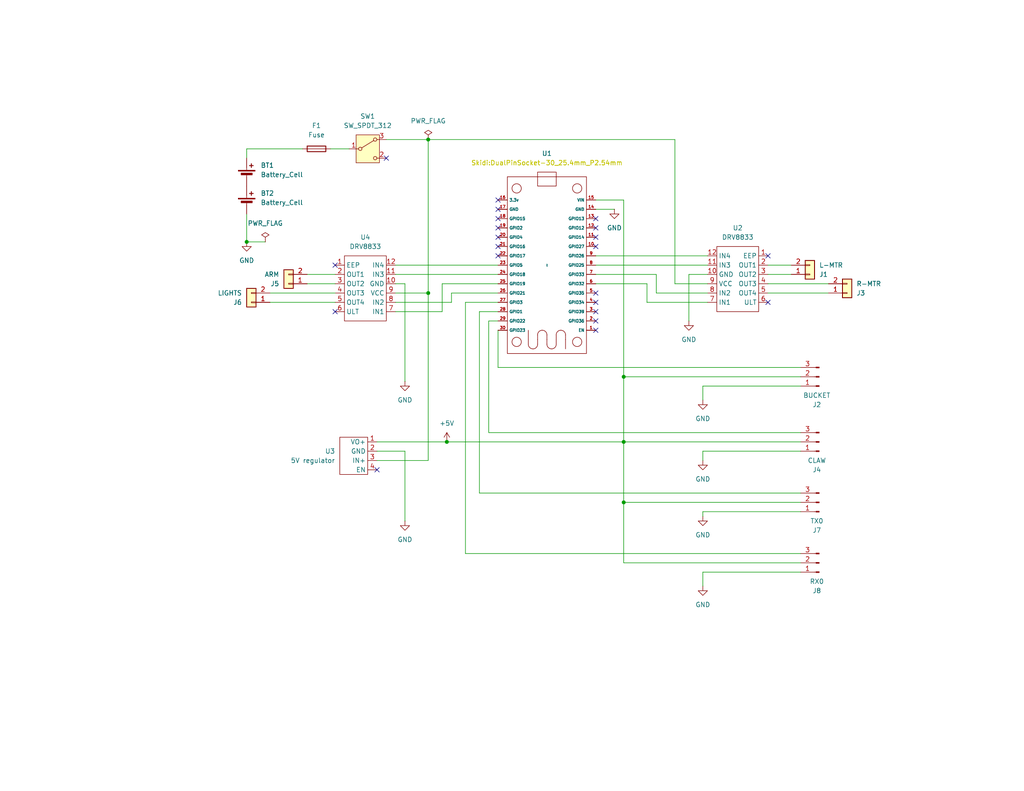
<source format=kicad_sch>
(kicad_sch (version 20231120) (generator "eeschema") (generator_version "8.0")
  (paper "USLetter")
  (title_block (title "Mini Skidi V3.0") (date "2025-04-09"))
  (lib_symbols
    (symbol "Connector:Conn_01x03_Pin" (pin_names (offset 1.016) hide)
      (property "Reference" "J" (at 0 5.08 0))
      (property "Value" "Conn_01x03_Pin" (at 0 -5.08 0))
      (symbol "Conn_01x03_Pin_1_1"
        (polyline (pts (xy 1.27 -2.54) (xy 0.8636 -2.54)) (stroke (width 0.1524)))
        (polyline (pts (xy 1.27 0) (xy 0.8636 0)) (stroke (width 0.1524)))
        (polyline (pts (xy 1.27 2.54) (xy 0.8636 2.54)) (stroke (width 0.1524)))
        (rectangle (start 0.8636 -2.413) (end 0 -2.667) (stroke (width 0.1524)) (fill (type outline)))
        (rectangle (start 0.8636 0.127) (end 0 -0.127) (stroke (width 0.1524)) (fill (type outline)))
        (rectangle (start 0.8636 2.667) (end 0 2.413) (stroke (width 0.1524)) (fill (type outline)))
        (pin passive line (at 5.08 2.54 180) (length 3.81) (name "Pin_1") (number "1"))
        (pin passive line (at 5.08 0 180) (length 3.81) (name "Pin_2") (number "2"))
        (pin passive line (at 5.08 -2.54 180) (length 3.81) (name "Pin_3") (number "3"))
      )
    )
    (symbol "Connector_Generic:Conn_01x02" (pin_names (offset 1.016) hide)
      (property "Reference" "J" (at 0 2.54 0))
      (property "Value" "Conn_01x02" (at 0 -5.08 0))
      (symbol "Conn_01x02_1_1"
        (rectangle (start -1.27 -2.413) (end 0 -2.667) (stroke (width 0.1524)))
        (rectangle (start -1.27 0.127) (end 0 -0.127) (stroke (width 0.1524)))
        (rectangle (start -1.27 1.27) (end 1.27 -3.81) (stroke (width 0.254)) (fill (type background)))
        (pin passive line (at -5.08 0 0) (length 3.81) (name "Pin_1") (number "1"))
        (pin passive line (at -5.08 -2.54 0) (length 3.81) (name "Pin_2") (number "2"))
      )
    )
    (symbol "DRV8833_Motor_Drive_Module_1"
      (property "Reference" "U" (at -4.064 4.064 0))
      (property "Value" "DRV8833" (at -4.318 2.286 0))
      (symbol "DRV8833_Motor_Drive_Module_1_0_1"
        (rectangle (start -10.16 1.27) (end 1.27 -16.51))
      )
      (symbol "DRV8833_Motor_Drive_Module_1_1_1"
        (pin input line (at -12.7 -1.27 0) (length 2.54) (name "EEP") (number "1"))
        (pin power_in line (at 3.81 -6.35 180) (length 2.54) (name "GND") (number "10"))
        (pin input line (at 3.81 -3.81 180) (length 2.54) (name "IN3") (number "11"))
        (pin input line (at 3.81 -1.27 180) (length 2.54) (name "IN4") (number "12"))
        (pin output line (at -12.7 -3.81 0) (length 2.54) (name "OUT1") (number "2"))
        (pin output line (at -12.7 -6.35 0) (length 2.54) (name "OUT2") (number "3"))
        (pin output line (at -12.7 -8.89 0) (length 2.54) (name "OUT3") (number "4"))
        (pin output line (at -12.7 -11.43 0) (length 2.54) (name "OUT4") (number "5"))
        (pin output line (at -12.7 -13.97 0) (length 2.54) (name "ULT") (number "6"))
        (pin input line (at 3.81 -13.97 180) (length 2.54) (name "IN1") (number "7"))
        (pin input line (at 3.81 -11.43 180) (length 2.54) (name "IN2") (number "8"))
        (pin power_in line (at 3.81 -8.89 180) (length 2.54) (name "VCC") (number "9"))
      )
    )
    (symbol "Device:Battery_Cell" (pin_numbers hide) (pin_names (offset 0) hide)
      (property "Reference" "BT" (at 2.54 2.54 0))
      (property "Value" "Battery_Cell" (at 2.54 0 0))
      (symbol "Battery_Cell_0_1"
        (rectangle (start -2.286 1.778) (end 2.286 1.524) (fill (type outline)))
        (rectangle (start -1.524 1.016) (end 1.524 0.508) (fill (type outline)))
        (polyline (pts (xy 0 0.762) (xy 0 0)))
        (polyline (pts (xy 0 1.778) (xy 0 2.54)))
        (polyline (pts (xy 0.762 3.048) (xy 1.778 3.048)) (stroke (width 0.254)))
        (polyline (pts (xy 1.27 3.556) (xy 1.27 2.54)) (stroke (width 0.254)))
      )
      (symbol "Battery_Cell_1_1"
        (pin passive line (at 0 5.08 270) (length 2.54) (name "+") (number "1"))
        (pin passive line (at 0 -2.54 90) (length 2.54) (name "-") (number "2"))
      )
    )
    (symbol "Device:Fuse" (pin_numbers hide) (pin_names (offset 0))
      (property "Reference" "F" (at 2.032 0 90))
      (property "Value" "Fuse" (at -1.905 0 90))
      (symbol "Fuse_0_1"
        (rectangle (start -0.762 -2.54) (end 0.762 2.54) (stroke (width 0.254)))
        (polyline (pts (xy 0 2.54) (xy 0 -2.54)))
      )
      (symbol "Fuse_1_1"
        (pin passive line (at 0 3.81 270) (length 1.27) (name "~") (number "1"))
        (pin passive line (at 0 -3.81 90) (length 1.27) (name "~") (number "2"))
      )
    )
    (symbol "Skidi:5VBUCK"
      (property "Reference" "U" (at 3.556 4.572 0))
      (property "Value" "5V regulator" (at 3.048 2.794 0))
      (symbol "5VBUCK_0_1"
        (rectangle (start 0 1.27) (end 7.62 -8.89))
      )
      (symbol "5VBUCK_1_1"
        (pin power_out line (at -2.54 0 0) (length 2.54) (name "VO+") (number "1"))
        (pin power_in line (at -2.54 -2.54 0) (length 2.54) (name "GND") (number "2"))
        (pin power_in line (at -2.54 -5.08 0) (length 2.54) (name "IN+") (number "3"))
        (pin input line (at -2.54 -7.62 0) (length 2.54) (name "EN") (number "4"))
      )
    )
    (symbol "Skidi:DRV8833_Motor_Drive_Module"
      (property "Reference" "U" (at -4.064 4.064 0))
      (property "Value" "DRV8833" (at -4.318 2.286 0))
      (symbol "DRV8833_Motor_Drive_Module_0_1"
        (rectangle (start -10.16 1.27) (end 1.27 -16.51))
      )
      (symbol "DRV8833_Motor_Drive_Module_1_1"
        (pin input line (at -12.7 -1.27 0) (length 2.54) (name "EEP") (number "1"))
        (pin power_in line (at 3.81 -6.35 180) (length 2.54) (name "GND") (number "10"))
        (pin input line (at 3.81 -3.81 180) (length 2.54) (name "IN3") (number "11"))
        (pin input line (at 3.81 -1.27 180) (length 2.54) (name "IN4") (number "12"))
        (pin output line (at -12.7 -3.81 0) (length 2.54) (name "OUT1") (number "2"))
        (pin output line (at -12.7 -6.35 0) (length 2.54) (name "OUT2") (number "3"))
        (pin output line (at -12.7 -8.89 0) (length 2.54) (name "OUT3") (number "4"))
        (pin output line (at -12.7 -11.43 0) (length 2.54) (name "OUT4") (number "5"))
        (pin output line (at -12.7 -13.97 0) (length 2.54) (name "ULT") (number "6"))
        (pin input line (at 3.81 -13.97 180) (length 2.54) (name "IN1") (number "7"))
        (pin input line (at 3.81 -11.43 180) (length 2.54) (name "IN2") (number "8"))
        (pin power_in line (at 3.81 -8.89 180) (length 2.54) (name "VCC") (number "9"))
      )
    )
    (symbol "Skidi:ESP32_30Pin"
      (property "Reference" "U" (at 0 0 0))
      (property "Footprint" "ESP32_30pin" (at 0 -2.54 0))
      (symbol "ESP32_30Pin_0_1"
        (rectangle (start -24.13 10.795) (end 24.13 -10.795))
        (arc (start -22.8675 -1.2775) (mid -22.4933 -2.1733) (end -21.5975 -2.5475))
        (arc (start -22.8675 3.8025) (mid -22.4933 2.9067) (end -21.5975 2.5325))
        (arc (start -21.59 0) (mid -22.4873 -0.3727) (end -22.86 -1.27))
        (arc (start -21.59 5.08) (mid -22.4873 4.7073) (end -22.86 3.81))
        (circle (center -20.955 -8.255) (radius 1.27))
        (circle (center -20.955 8.255) (radius 1.27))
        (arc (start -19.0475 -5.0825) (mid -18.1502 -4.7098) (end -17.7775 -3.8125))
        (arc (start -19.0475 -0.0025) (mid -18.1502 0.3702) (end -17.7775 1.2675))
        (arc (start -17.77 -3.805) (mid -18.1442 -2.9092) (end -19.04 -2.535))
        (arc (start -17.77 1.275) (mid -18.1442 2.1708) (end -19.04 2.545))
        (polyline (pts (xy -21.59 -2.54) (xy -20.32 -2.54)))
        (polyline (pts (xy -21.59 0) (xy -20.32 0)))
        (polyline (pts (xy -21.59 2.54) (xy -20.32 2.54)))
        (polyline (pts (xy -21.59 5.08) (xy -20.32 5.08)))
        (polyline (pts (xy -20.32 -5.08) (xy -22.86 -5.08)))
        (polyline (pts (xy -20.32 5.08) (xy -17.78 5.08)))
        (polyline (pts (xy -19.0475 -5.0825) (xy -20.3175 -5.0825)))
        (polyline (pts (xy -19.0475 -2.5425) (xy -20.3175 -2.5425)))
        (polyline (pts (xy -19.0475 -0.0025) (xy -20.3175 -0.0025)))
        (polyline (pts (xy -19.0475 2.5375) (xy -20.3175 2.5375)))
        (circle (center 20.955 -8.255) (radius 1.27))
        (circle (center 20.955 8.255) (radius 1.27))
        (rectangle (start 21.59 2.54) (end 25.4 -2.54))
      )
      (symbol "ESP32_30Pin_1_1"
        (pin bidirectional line (at -17.78 -13.335 90) (length 2.54) (name "EN") (number "1"))
        (pin bidirectional line (at 5.08 -13.335 90) (length 2.54) (name "GPIO27") (number "10"))
        (pin bidirectional line (at 7.62 -13.335 90) (length 2.54) (name "GPIO14") (number "11"))
        (pin bidirectional line (at 10.16 -13.335 90) (length 2.54) (name "GPIO12") (number "12"))
        (pin bidirectional line (at 12.7 -13.335 90) (length 2.54) (name "GPIO13") (number "13"))
        (pin power_in line (at 15.24 -13.335 90) (length 2.54) (name "GND") (number "14"))
        (pin power_in line (at 17.78 -13.335 90) (length 2.54) (name "VIN") (number "15"))
        (pin power_out line (at 17.78 13.335 270) (length 2.54) (name "3.3v") (number "16"))
        (pin power_out line (at 15.24 13.335 270) (length 2.54) (name "GND") (number "17"))
        (pin bidirectional line (at 12.7 13.335 270) (length 2.54) (name "GPIO15") (number "18"))
        (pin bidirectional line (at 10.16 13.335 270) (length 2.54) (name "GPIO2") (number "19"))
        (pin bidirectional line (at -15.24 -13.335 90) (length 2.54) (name "GPIO36") (number "2"))
        (pin bidirectional line (at 7.62 13.335 270) (length 2.54) (name "GPIO4") (number "20"))
        (pin bidirectional line (at 5.08 13.335 270) (length 2.54) (name "GPIO16") (number "21"))
        (pin bidirectional line (at 2.54 13.335 270) (length 2.54) (name "GPIO17") (number "22"))
        (pin bidirectional line (at 0 13.335 270) (length 2.54) (name "GPIO5") (number "23"))
        (pin bidirectional line (at -2.54 13.335 270) (length 2.54) (name "GPIO18") (number "24"))
        (pin bidirectional line (at -5.08 13.335 270) (length 2.54) (name "GPIO19") (number "25"))
        (pin bidirectional line (at -7.62 13.335 270) (length 2.54) (name "GPIO21") (number "26"))
        (pin bidirectional line (at -10.16 13.335 270) (length 2.54) (name "GPIO3") (number "27"))
        (pin bidirectional line (at -12.7 13.335 270) (length 2.54) (name "GPIO1") (number "28"))
        (pin bidirectional line (at -15.24 13.335 270) (length 2.54) (name "GPIO22") (number "29"))
        (pin bidirectional line (at -12.7 -13.335 90) (length 2.54) (name "GPIO39") (number "3"))
        (pin bidirectional line (at -17.78 13.335 270) (length 2.54) (name "GPIO23") (number "30"))
        (pin bidirectional line (at -10.16 -13.335 90) (length 2.54) (name "GPIO34") (number "4"))
        (pin bidirectional line (at -7.62 -13.335 90) (length 2.54) (name "GPIO35") (number "5"))
        (pin bidirectional line (at -5.08 -13.335 90) (length 2.54) (name "GPIO32") (number "6"))
        (pin bidirectional line (at -2.54 -13.335 90) (length 2.54) (name "GPIO33") (number "7"))
        (pin bidirectional line (at 0 -13.335 90) (length 2.54) (name "GPIO25") (number "8"))
        (pin bidirectional line (at 2.54 -13.335 90) (length 2.54) (name "GPIO26") (number "9"))
      )
    )
    (symbol "Switch:SW_SPDT_312" (pin_names (offset 1) hide)
      (property "Reference" "SW" (at 0 5.08 0))
      (property "Value" "SW_SPDT_312" (at 0 -5.08 0))
      (symbol "SW_SPDT_312_0_1"
        (circle (center -2.032 0) (radius 0.4572))
        (polyline (pts (xy -1.651 0.254) (xy 1.651 2.286)))
        (circle (center 2.032 -2.54) (radius 0.4572))
        (circle (center 2.032 2.54) (radius 0.4572))
      )
      (symbol "SW_SPDT_312_1_1"
        (rectangle (start -3.175 3.81) (end 3.175 -3.81) (fill (type background)))
        (pin passive line (at -5.08 0 0) (length 2.54) (name "B") (number "1"))
        (pin passive line (at 5.08 -2.54 180) (length 2.54) (name "C") (number "2"))
        (pin passive line (at 5.08 2.54 180) (length 2.54) (name "A") (number "3"))
      )
    )
    (symbol "power:+5V" (power) (pin_numbers hide) (pin_names (offset 0) hide)
      (property "Value" "+5V" (at 0 3.556 0))
      (symbol "+5V_0_1"
        (polyline (pts (xy -0.762 1.27) (xy 0 2.54)))
        (polyline (pts (xy 0 0) (xy 0 2.54)))
        (polyline (pts (xy 0 2.54) (xy 0.762 1.27)))
      )
      (symbol "+5V_1_1"
        (pin power_in line (at 0 0 90) (length 0) (name "~") (number "1"))
      )
    )
    (symbol "power:GND" (power) (pin_numbers hide) (pin_names (offset 0) hide)
      (property "Value" "GND" (at 0 -3.81 0))
      (symbol "GND_0_1"
        (polyline (pts (xy 0 0) (xy 0 -1.27) (xy 1.27 -1.27) (xy 0 -2.54) (xy -1.27 -1.27) (xy 0 -1.27)))
      )
      (symbol "GND_1_1"
        (pin power_in line (at 0 0 270) (length 0) (name "~") (number "1"))
      )
    )
    (symbol "power:PWR_FLAG" (power) (pin_numbers hide) (pin_names (offset 0) hide)
      (property "Value" "PWR_FLAG" (at 0 3.81 0))
      (symbol "PWR_FLAG_0_0"
        (pin power_out line (at 0 0 90) (length 0) (name "~") (number "1"))
      )
      (symbol "PWR_FLAG_0_1"
        (polyline (pts (xy 0 0) (xy 0 1.27) (xy -1.016 1.905) (xy 0 2.54) (xy 1.016 1.905) (xy 0 1.27)))
      )
    )
  )
  (junction (at 116.84 38.1))
  (junction (at 116.84 80.01))
  (junction (at 170.18 102.87))
  (junction (at 67.31 66.04))
  (junction (at 121.92 120.65))
  (junction (at 170.18 120.65))
  (junction (at 170.18 137.16))
  (no_connect (at 162.56 64.77))
  (no_connect (at 91.44 72.39))
  (no_connect (at 162.56 90.17))
  (no_connect (at 162.56 82.55))
  (no_connect (at 135.89 69.85))
  (no_connect (at 135.89 62.23))
  (no_connect (at 162.56 87.63))
  (no_connect (at 102.87 128.27))
  (no_connect (at 162.56 67.31))
  (no_connect (at 135.89 59.69))
  (no_connect (at 91.44 85.09))
  (no_connect (at 209.55 69.85))
  (no_connect (at 162.56 59.69))
  (no_connect (at 135.89 54.61))
  (no_connect (at 162.56 62.23))
  (no_connect (at 135.89 67.31))
  (no_connect (at 105.41 43.18))
  (no_connect (at 135.89 64.77))
  (no_connect (at 162.56 85.09))
  (no_connect (at 209.55 82.55))
  (no_connect (at 135.89 57.15))
  (no_connect (at 162.56 80.01))
  (wire (pts (xy 107.95 74.93) (xy 135.89 74.93)))
  (wire (pts (xy 116.84 38.1) (xy 184.15 38.1)))
  (wire (pts (xy 110.49 142.24) (xy 110.49 123.19)))
  (wire (pts (xy 102.87 125.73) (xy 116.84 125.73)))
  (wire (pts (xy 184.15 77.47) (xy 193.04 77.47)))
  (wire (pts (xy 116.84 80.01) (xy 107.95 80.01)))
  (wire (pts (xy 176.53 82.55) (xy 193.04 82.55)))
  (wire (pts (xy 130.81 134.62) (xy 218.44 134.62)))
  (wire (pts (xy 170.18 137.16) (xy 218.44 137.16)))
  (wire (pts (xy 176.53 77.47) (xy 176.53 82.55)))
  (wire (pts (xy 135.89 85.09) (xy 130.81 85.09)))
  (wire (pts (xy 209.55 72.39) (xy 215.9 72.39)))
  (wire (pts (xy 67.31 66.04) (xy 72.39 66.04)))
  (wire (pts (xy 184.15 38.1) (xy 184.15 77.47)))
  (wire (pts (xy 162.56 74.93) (xy 179.07 74.93)))
  (wire (pts (xy 123.19 82.55) (xy 123.19 80.01)))
  (wire (pts (xy 170.18 54.61) (xy 162.56 54.61)))
  (wire (pts (xy 67.31 58.42) (xy 67.31 66.04)))
  (wire (pts (xy 191.77 139.7) (xy 191.77 140.97)))
  (wire (pts (xy 107.95 82.55) (xy 123.19 82.55)))
  (wire (pts (xy 162.56 72.39) (xy 193.04 72.39)))
  (wire (pts (xy 83.82 77.47) (xy 91.44 77.47)))
  (wire (pts (xy 135.89 100.33) (xy 218.44 100.33)))
  (wire (pts (xy 133.35 118.11) (xy 218.44 118.11)))
  (wire (pts (xy 179.07 80.01) (xy 193.04 80.01)))
  (wire (pts (xy 135.89 77.47) (xy 120.65 77.47)))
  (wire (pts (xy 191.77 105.41) (xy 191.77 109.22)))
  (wire (pts (xy 162.56 69.85) (xy 193.04 69.85)))
  (wire (pts (xy 135.89 80.01) (xy 123.19 80.01)))
  (wire (pts (xy 191.77 125.73) (xy 191.77 123.19)))
  (wire (pts (xy 191.77 139.7) (xy 218.44 139.7)))
  (wire (pts (xy 191.77 156.21) (xy 218.44 156.21)))
  (wire (pts (xy 105.41 38.1) (xy 116.84 38.1)))
  (wire (pts (xy 170.18 54.61) (xy 170.18 102.87)))
  (wire (pts (xy 127 151.13) (xy 218.44 151.13)))
  (wire (pts (xy 73.66 82.55) (xy 91.44 82.55)))
  (wire (pts (xy 107.95 72.39) (xy 135.89 72.39)))
  (wire (pts (xy 209.55 77.47) (xy 226.06 77.47)))
  (wire (pts (xy 67.31 40.64) (xy 67.31 43.18)))
  (wire (pts (xy 116.84 80.01) (xy 116.84 125.73)))
  (wire (pts (xy 187.96 87.63) (xy 187.96 74.93)))
  (wire (pts (xy 209.55 80.01) (xy 226.06 80.01)))
  (wire (pts (xy 90.17 40.64) (xy 95.25 40.64)))
  (wire (pts (xy 170.18 102.87) (xy 218.44 102.87)))
  (wire (pts (xy 120.65 77.47) (xy 120.65 85.09)))
  (wire (pts (xy 121.92 120.65) (xy 170.18 120.65)))
  (wire (pts (xy 191.77 123.19) (xy 218.44 123.19)))
  (wire (pts (xy 127 82.55) (xy 127 151.13)))
  (wire (pts (xy 170.18 102.87) (xy 170.18 120.65)))
  (wire (pts (xy 121.92 120.65) (xy 102.87 120.65)))
  (wire (pts (xy 191.77 105.41) (xy 218.44 105.41)))
  (wire (pts (xy 73.66 80.01) (xy 91.44 80.01)))
  (wire (pts (xy 82.55 40.64) (xy 67.31 40.64)))
  (wire (pts (xy 135.89 90.17) (xy 135.89 100.33)))
  (wire (pts (xy 162.56 77.47) (xy 176.53 77.47)))
  (wire (pts (xy 179.07 74.93) (xy 179.07 80.01)))
  (wire (pts (xy 191.77 160.02) (xy 191.77 156.21)))
  (wire (pts (xy 110.49 77.47) (xy 110.49 104.14)))
  (wire (pts (xy 120.65 85.09) (xy 107.95 85.09)))
  (wire (pts (xy 110.49 77.47) (xy 107.95 77.47)))
  (wire (pts (xy 102.87 123.19) (xy 110.49 123.19)))
  (wire (pts (xy 170.18 120.65) (xy 218.44 120.65)))
  (wire (pts (xy 209.55 74.93) (xy 215.9 74.93)))
  (wire (pts (xy 170.18 137.16) (xy 170.18 153.67)))
  (wire (pts (xy 170.18 120.65) (xy 170.18 137.16)))
  (wire (pts (xy 83.82 74.93) (xy 91.44 74.93)))
  (wire (pts (xy 130.81 85.09) (xy 130.81 134.62)))
  (wire (pts (xy 127 82.55) (xy 135.89 82.55)))
  (wire (pts (xy 116.84 38.1) (xy 116.84 80.01)))
  (wire (pts (xy 170.18 153.67) (xy 218.44 153.67)))
  (wire (pts (xy 135.89 87.63) (xy 133.35 87.63)))
  (wire (pts (xy 167.64 57.15) (xy 162.56 57.15)))
  (wire (pts (xy 133.35 87.63) (xy 133.35 118.11)))
  (wire (pts (xy 187.96 74.93) (xy 193.04 74.93)))
  (symbol (lib_id "power:GND") (at 191.77 160.02 0) (unit 1)
    (property "Reference" "#PWR10" (effects (hide yes)))
    (property "Value" "GND" (at 191.77 165.1 0))
    (property "Description" "Power symbol creates a global label with name \"GND\" , ground" (effects (hide yes)))
  )
  (symbol (lib_id "Device:Battery_Cell") (at 67.31 48.26 0) (unit 1)
    (property "Reference" "BT1" (at 71.12 45.1484 0) (effects (justify left)))
    (property "Value" "Battery_Cell" (at 71.12 47.6884 0) (effects (justify left)))
    (property "Footprint" "Skidi:CR123_holder" (effects (hide yes)))
    (property "Description" "Single-cell battery" (effects (hide yes)))
  )
  (symbol (lib_id "Device:Fuse") (at 86.36 40.64 90) (unit 1)
    (property "Reference" "F1" (at 86.36 34.29 90))
    (property "Value" "Fuse" (at 86.36 36.83 90))
    (property "Footprint" "Skidi:BLX-A" (effects (hide yes)))
    (property "Description" "Fuse" (effects (hide yes)))
  )
  (symbol (lib_id "power:GND") (at 191.77 125.73 0) (unit 1)
    (property "Reference" "#PWR7" (effects (hide yes)))
    (property "Value" "GND" (at 191.77 130.81 0))
    (property "Description" "Power symbol creates a global label with name \"GND\" , ground" (effects (hide yes)))
  )
  (symbol (lib_id "power:PWR_FLAG") (at 116.84 38.1 0) (unit 1)
    (property "Reference" "#FLG1" (effects (hide yes)))
    (property "Value" "PWR_FLAG" (at 116.84 33.02 0))
    (property "Description" "Special symbol for telling ERC where power comes from" (effects (hide yes)))
  )
  (symbol (lib_id "Connector:Conn_01x03_Pin") (at 223.52 102.87 180) (unit 1)
    (property "Reference" "J2" (at 222.885 110.49 0))
    (property "Value" "BUCKET" (at 222.885 107.95 0))
    (property "Footprint" "Connector_PinHeader_2.54mm:PinHeader_1x03_P2.54mm_Vertical" (effects (hide yes)))
    (property "Description" "Generic connector, single row, 01x03, script generated" (effects (hide yes)))
  )
  (symbol (lib_id "power:GND") (at 167.64 57.15 0) (unit 1)
    (property "Reference" "#PWR5" (effects (hide yes)))
    (property "Value" "GND" (at 167.64 62.23 0))
    (property "Description" "Power symbol creates a global label with name \"GND\" , ground" (effects (hide yes)))
  )
  (symbol (lib_id "Switch:SW_SPDT_312") (at 100.33 40.64 0) (unit 1)
    (property "Reference" "SW1" (at 100.33 31.75 0))
    (property "Value" "SW_SPDT_312" (at 100.33 34.29 0))
    (property "Footprint" "Skidi:SW_Slide-03_SS-12D10_12.7x6.7x6.4_P4.7mm" (effects (hide yes)))
    (property "Description" "Switch, single pole double throw" (effects (hide yes)))
  )
  (symbol (lib_id "Connector_Generic:Conn_01x02") (at 68.58 82.55 180) (unit 1)
    (property "Reference" "J6" (at 66.04 82.5501 0) (effects (justify left)))
    (property "Value" "LIGHTS" (at 66.04 80.0101 0) (effects (justify left)))
    (property "Footprint" "Connector_JST:JST_XH_B2B-XH-A_1x02_P2.50mm_Vertical" (effects (hide yes)))
    (property "Description" "Generic connector, single row, 01x02, script generated (kicad-library-utils/schlib/autogen/connector/)" (effects (hide yes)))
  )
  (symbol (lib_id "power:PWR_FLAG") (at 72.39 66.04 0) (unit 1)
    (property "Reference" "#FLG2" (effects (hide yes)))
    (property "Value" "PWR_FLAG" (at 72.39 60.96 0))
    (property "Description" "Special symbol for telling ERC where power comes from" (effects (hide yes)))
  )
  (symbol (lib_id "power:GND") (at 110.49 104.14 0) (unit 1)
    (property "Reference" "#PWR1" (effects (hide yes)))
    (property "Value" "GND" (at 110.49 109.22 0))
    (property "Description" "Power symbol creates a global label with name \"GND\" , ground" (effects (hide yes)))
  )
  (symbol (lib_id "power:GND") (at 191.77 140.97 0) (unit 1)
    (property "Reference" "#PWR9" (effects (hide yes)))
    (property "Value" "GND" (at 191.77 146.05 0))
    (property "Description" "Power symbol creates a global label with name \"GND\" , ground" (effects (hide yes)))
  )
  (symbol (lib_id "Device:Battery_Cell") (at 67.31 55.88 0) (unit 1)
    (property "Reference" "BT2" (at 71.12 52.7684 0) (effects (justify left)))
    (property "Value" "Battery_Cell" (at 71.12 55.3084 0) (effects (justify left)))
    (property "Footprint" "Skidi:CR123_holder" (effects (hide yes)))
    (property "Description" "Single-cell battery" (effects (hide yes)))
  )
  (symbol (lib_id "power:GND") (at 110.49 142.24 0) (unit 1)
    (property "Reference" "#PWR4" (effects (hide yes)))
    (property "Value" "GND" (at 110.49 147.32 0))
    (property "Description" "Power symbol creates a global label with name \"GND\" , ground" (effects (hide yes)))
  )
  (symbol (lib_id "power:GND") (at 67.31 66.04 0) (unit 1)
    (property "Reference" "#PWR2" (effects (hide yes)))
    (property "Value" "GND" (at 67.31 71.12 0))
    (property "Description" "Power symbol creates a global label with name \"GND\" , ground" (effects (hide yes)))
  )
  (symbol (lib_id "Skidi:DRV8833_Motor_Drive_Module") (at 196.85 68.58 0) (mirror y) (unit 1)
    (property "Reference" "U2" (at 201.295 62.23 0))
    (property "Value" "DRV8833" (at 201.295 64.77 0))
    (property "Footprint" "Skidi:DualPinSocket-12_15.24mm_P2.54mm" (effects (hide yes)))
  )
  (symbol (lib_id "power:GND") (at 191.77 109.22 0) (unit 1)
    (property "Reference" "#PWR8" (effects (hide yes)))
    (property "Value" "GND" (at 191.77 114.3 0))
    (property "Description" "Power symbol creates a global label with name \"GND\" , ground" (effects (hide yes)))
  )
  (symbol (lib_id "power:+5V") (at 121.92 120.65 0) (unit 1)
    (property "Reference" "#PWR6" (effects (hide yes)))
    (property "Value" "+5V" (at 121.92 115.57 0))
    (property "Description" "Power symbol creates a global label with name \"+5V\"" (effects (hide yes)))
  )
  (symbol (lib_id "Connector_Generic:Conn_01x02") (at 220.98 74.93 0) (mirror x) (unit 1)
    (property "Reference" "J1" (at 223.52 74.9301 0) (effects (justify left)))
    (property "Value" "L-MTR" (at 223.52 72.3901 0) (effects (justify left)))
    (property "Footprint" "Connector_JST:JST_XH_B2B-XH-A_1x02_P2.50mm_Vertical" (effects (hide yes)))
    (property "Description" "Generic connector, single row, 01x02, script generated (kicad-library-utils/schlib/autogen/connector/)" (effects (hide yes)))
  )
  (symbol (lib_name "DRV8833_Motor_Drive_Module_1") (lib_id "Skidi:DRV8833_Motor_Drive_Module") (at 104.14 71.12 0) (unit 1)
    (property "Reference" "U4" (at 99.695 64.77 0))
    (property "Value" "DRV8833" (at 99.695 67.31 0))
    (property "Footprint" "Skidi:DualPinSocket-12_15.24mm_P2.54mm" (effects (hide yes)))
  )
  (symbol (lib_id "Skidi:ESP32_30Pin") (at 149.225 72.39 90) (unit 1)
    (property "Reference" "U1" (at 149.225 41.91 90))
    (property "Value" "~" (at 149.225 72.39 0))
    (property "Footprint" "Skidi:DualPinSocket-30_25.4mm_P2.54mm" (at 149.225 44.45 90))
    (property "Description" "https://lastminuteengineers.com/esp32-pinout-reference/" (effects (hide yes)))
  )
  (symbol (lib_id "power:GND") (at 187.96 87.63 0) (unit 1)
    (property "Reference" "#PWR3" (effects (hide yes)))
    (property "Value" "GND" (at 187.96 92.71 0))
    (property "Description" "Power symbol creates a global label with name \"GND\" , ground" (effects (hide yes)))
  )
  (symbol (lib_id "Skidi:5VBUCK") (at 100.33 120.65 0) (mirror y) (unit 1)
    (property "Reference" "U3" (at 91.44 123.1899 0) (effects (justify left)))
    (property "Value" "5V regulator" (at 91.44 125.7299 0) (effects (justify left)))
    (property "Footprint" "Connector_PinHeader_2.54mm:PinHeader_1x04_P2.54mm_Vertical" (effects (hide yes)))
  )
  (symbol (lib_id "Connector_Generic:Conn_01x02") (at 231.14 80.01 0) (mirror x) (unit 1)
    (property "Reference" "J3" (at 233.68 80.0101 0) (effects (justify left)))
    (property "Value" "R-MTR" (at 233.68 77.4701 0) (effects (justify left)))
    (property "Footprint" "Connector_JST:JST_XH_B2B-XH-A_1x02_P2.50mm_Vertical" (effects (hide yes)))
    (property "Description" "Generic connector, single row, 01x02, script generated (kicad-library-utils/schlib/autogen/connector/)" (effects (hide yes)))
  )
  (symbol (lib_id "Connector:Conn_01x03_Pin") (at 223.52 153.67 180) (unit 1)
    (property "Reference" "J8" (at 222.885 161.29 0))
    (property "Value" "RX0" (at 222.885 158.75 0))
    (property "Footprint" "Connector_PinHeader_2.54mm:PinHeader_1x03_P2.54mm_Vertical" (effects (hide yes)))
    (property "Description" "Generic connector, single row, 01x03, script generated" (effects (hide yes)))
  )
  (symbol (lib_id "Connector:Conn_01x03_Pin") (at 223.52 120.65 180) (unit 1)
    (property "Reference" "J4" (at 222.885 128.27 0))
    (property "Value" "CLAW" (at 222.885 125.73 0))
    (property "Footprint" "Connector_PinHeader_2.54mm:PinHeader_1x03_P2.54mm_Vertical" (effects (hide yes)))
    (property "Description" "Generic connector, single row, 01x03, script generated" (effects (hide yes)))
  )
  (symbol (lib_id "Connector_Generic:Conn_01x02") (at 78.74 77.47 180) (unit 1)
    (property "Reference" "J5" (at 76.2 77.4701 0) (effects (justify left)))
    (property "Value" "ARM" (at 76.2 74.9301 0) (effects (justify left)))
    (property "Footprint" "Connector_JST:JST_XH_B2B-XH-A_1x02_P2.50mm_Vertical" (effects (hide yes)))
    (property "Description" "Generic connector, single row, 01x02, script generated (kicad-library-utils/schlib/autogen/connector/)" (effects (hide yes)))
  )
  (symbol (lib_id "Connector:Conn_01x03_Pin") (at 223.52 137.16 180) (unit 1)
    (property "Reference" "J7" (at 222.885 144.78 0))
    (property "Value" "TX0" (at 222.885 142.24 0))
    (property "Footprint" "Connector_PinHeader_2.54mm:PinHeader_1x03_P2.54mm_Vertical" (effects (hide yes)))
    (property "Description" "Generic connector, single row, 01x03, script generated" (effects (hide yes)))
  )
)
</source>
